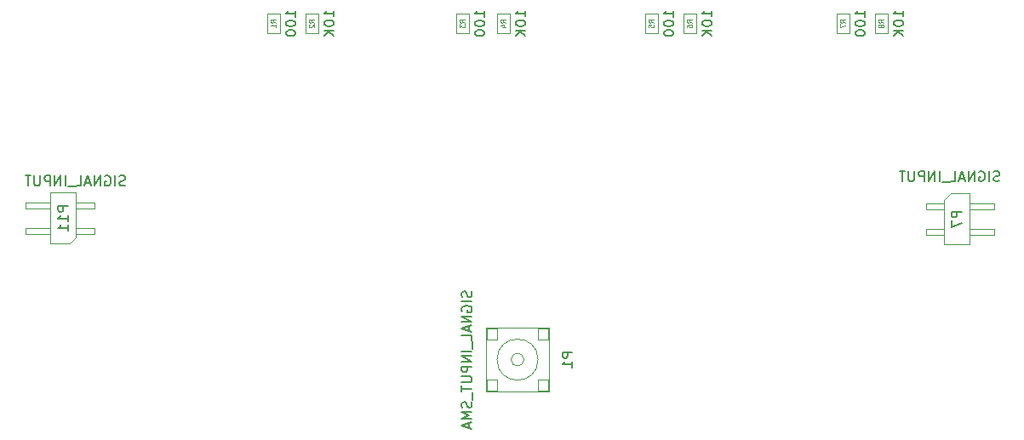
<source format=gbr>
G04 #@! TF.FileFunction,Other,Fab,Bot*
%FSLAX46Y46*%
G04 Gerber Fmt 4.6, Leading zero omitted, Abs format (unit mm)*
G04 Created by KiCad (PCBNEW 4.0.2-stable) date 10/05/17 15:38:04*
%MOMM*%
G01*
G04 APERTURE LIST*
%ADD10C,0.100000*%
%ADD11C,0.150000*%
%ADD12C,0.075000*%
G04 APERTURE END LIST*
D10*
X171485000Y-122080000D02*
X173390000Y-122080000D01*
X173390000Y-122080000D02*
X173390000Y-127160000D01*
X173390000Y-127160000D02*
X170850000Y-127160000D01*
X170850000Y-127160000D02*
X170850000Y-122715000D01*
X170850000Y-122715000D02*
X171485000Y-122080000D01*
X169030000Y-123030000D02*
X170850000Y-123030000D01*
X169030000Y-123030000D02*
X169030000Y-123670000D01*
X169030000Y-123670000D02*
X170850000Y-123670000D01*
X173390000Y-123030000D02*
X175850000Y-123030000D01*
X175850000Y-123030000D02*
X175850000Y-123670000D01*
X173390000Y-123670000D02*
X175850000Y-123670000D01*
X169030000Y-125570000D02*
X170850000Y-125570000D01*
X169030000Y-125570000D02*
X169030000Y-126210000D01*
X169030000Y-126210000D02*
X170850000Y-126210000D01*
X173390000Y-125570000D02*
X175850000Y-125570000D01*
X175850000Y-125570000D02*
X175850000Y-126210000D01*
X173390000Y-126210000D02*
X175850000Y-126210000D01*
X83865000Y-127070000D02*
X81960000Y-127070000D01*
X81960000Y-127070000D02*
X81960000Y-121990000D01*
X81960000Y-121990000D02*
X84500000Y-121990000D01*
X84500000Y-121990000D02*
X84500000Y-126435000D01*
X84500000Y-126435000D02*
X83865000Y-127070000D01*
X86320000Y-126120000D02*
X84500000Y-126120000D01*
X86320000Y-126120000D02*
X86320000Y-125480000D01*
X86320000Y-125480000D02*
X84500000Y-125480000D01*
X81960000Y-126120000D02*
X79500000Y-126120000D01*
X79500000Y-126120000D02*
X79500000Y-125480000D01*
X81960000Y-125480000D02*
X79500000Y-125480000D01*
X86320000Y-123580000D02*
X84500000Y-123580000D01*
X86320000Y-123580000D02*
X86320000Y-122940000D01*
X86320000Y-122940000D02*
X84500000Y-122940000D01*
X81960000Y-123580000D02*
X79500000Y-123580000D01*
X79500000Y-123580000D02*
X79500000Y-122940000D01*
X81960000Y-122940000D02*
X79500000Y-122940000D01*
X131450000Y-140630000D02*
X131450000Y-141650000D01*
X131570000Y-141770000D02*
X125230000Y-141770000D01*
X125230000Y-135430000D02*
X125230000Y-141770000D01*
X131570000Y-135430000D02*
X125230000Y-135430000D01*
X131570000Y-135430000D02*
X131570000Y-141770000D01*
X131450000Y-136570000D02*
X130430000Y-136570000D01*
X130430000Y-135550000D02*
X130430000Y-136570000D01*
X126370000Y-136570000D02*
X125350000Y-136570000D01*
X126370000Y-135550000D02*
X126370000Y-136570000D01*
X131450000Y-140630000D02*
X130430000Y-140630000D01*
X130430000Y-140630000D02*
X130430000Y-141650000D01*
X126370000Y-141650000D02*
X126370000Y-140630000D01*
X126370000Y-140630000D02*
X125350000Y-140630000D01*
X130440000Y-138600000D02*
G75*
G03X130440000Y-138600000I-2040000J0D01*
G01*
X129035000Y-138600000D02*
G75*
G03X129035000Y-138600000I-635000J0D01*
G01*
X131450000Y-141650000D02*
X130430000Y-141650000D01*
X131450000Y-135550000D02*
X130430000Y-135550000D01*
X131450000Y-135550000D02*
X131450000Y-136570000D01*
X125350000Y-135550000D02*
X125350000Y-136570000D01*
X125350000Y-135550000D02*
X126370000Y-135550000D01*
X126370000Y-141650000D02*
X125350000Y-141650000D01*
X125350000Y-140630000D02*
X125350000Y-141650000D01*
X104760000Y-104156000D02*
X103520000Y-104156000D01*
X104760000Y-106156000D02*
X104760000Y-104156000D01*
X103520000Y-106156000D02*
X104760000Y-106156000D01*
X103520000Y-104156000D02*
X103520000Y-106156000D01*
X108570000Y-104156000D02*
X107330000Y-104156000D01*
X108570000Y-106156000D02*
X108570000Y-104156000D01*
X107330000Y-106156000D02*
X108570000Y-106156000D01*
X107330000Y-104156000D02*
X107330000Y-106156000D01*
X123556000Y-104156000D02*
X122316000Y-104156000D01*
X123556000Y-106156000D02*
X123556000Y-104156000D01*
X122316000Y-106156000D02*
X123556000Y-106156000D01*
X122316000Y-104156000D02*
X122316000Y-106156000D01*
X127620000Y-104156000D02*
X126380000Y-104156000D01*
X127620000Y-106156000D02*
X127620000Y-104156000D01*
X126380000Y-106156000D02*
X127620000Y-106156000D01*
X126380000Y-104156000D02*
X126380000Y-106156000D01*
X142352000Y-104156000D02*
X141112000Y-104156000D01*
X142352000Y-106156000D02*
X142352000Y-104156000D01*
X141112000Y-106156000D02*
X142352000Y-106156000D01*
X141112000Y-104156000D02*
X141112000Y-106156000D01*
X146162000Y-104156000D02*
X144922000Y-104156000D01*
X146162000Y-106156000D02*
X146162000Y-104156000D01*
X144922000Y-106156000D02*
X146162000Y-106156000D01*
X144922000Y-104156000D02*
X144922000Y-106156000D01*
X161402000Y-104156000D02*
X160162000Y-104156000D01*
X161402000Y-106156000D02*
X161402000Y-104156000D01*
X160162000Y-106156000D02*
X161402000Y-106156000D01*
X160162000Y-104156000D02*
X160162000Y-106156000D01*
X165212000Y-104156000D02*
X163972000Y-104156000D01*
X165212000Y-106156000D02*
X165212000Y-104156000D01*
X163972000Y-106156000D02*
X165212000Y-106156000D01*
X163972000Y-104156000D02*
X163972000Y-106156000D01*
D11*
X176328571Y-120804762D02*
X176185714Y-120852381D01*
X175947618Y-120852381D01*
X175852380Y-120804762D01*
X175804761Y-120757143D01*
X175757142Y-120661905D01*
X175757142Y-120566667D01*
X175804761Y-120471429D01*
X175852380Y-120423810D01*
X175947618Y-120376190D01*
X176138095Y-120328571D01*
X176233333Y-120280952D01*
X176280952Y-120233333D01*
X176328571Y-120138095D01*
X176328571Y-120042857D01*
X176280952Y-119947619D01*
X176233333Y-119900000D01*
X176138095Y-119852381D01*
X175899999Y-119852381D01*
X175757142Y-119900000D01*
X175328571Y-120852381D02*
X175328571Y-119852381D01*
X174328571Y-119900000D02*
X174423809Y-119852381D01*
X174566666Y-119852381D01*
X174709524Y-119900000D01*
X174804762Y-119995238D01*
X174852381Y-120090476D01*
X174900000Y-120280952D01*
X174900000Y-120423810D01*
X174852381Y-120614286D01*
X174804762Y-120709524D01*
X174709524Y-120804762D01*
X174566666Y-120852381D01*
X174471428Y-120852381D01*
X174328571Y-120804762D01*
X174280952Y-120757143D01*
X174280952Y-120423810D01*
X174471428Y-120423810D01*
X173852381Y-120852381D02*
X173852381Y-119852381D01*
X173280952Y-120852381D01*
X173280952Y-119852381D01*
X172852381Y-120566667D02*
X172376190Y-120566667D01*
X172947619Y-120852381D02*
X172614286Y-119852381D01*
X172280952Y-120852381D01*
X171471428Y-120852381D02*
X171947619Y-120852381D01*
X171947619Y-119852381D01*
X171376190Y-120947619D02*
X170614285Y-120947619D01*
X170376190Y-120852381D02*
X170376190Y-119852381D01*
X169900000Y-120852381D02*
X169900000Y-119852381D01*
X169328571Y-120852381D01*
X169328571Y-119852381D01*
X168852381Y-120852381D02*
X168852381Y-119852381D01*
X168471428Y-119852381D01*
X168376190Y-119900000D01*
X168328571Y-119947619D01*
X168280952Y-120042857D01*
X168280952Y-120185714D01*
X168328571Y-120280952D01*
X168376190Y-120328571D01*
X168471428Y-120376190D01*
X168852381Y-120376190D01*
X167852381Y-119852381D02*
X167852381Y-120661905D01*
X167804762Y-120757143D01*
X167757143Y-120804762D01*
X167661905Y-120852381D01*
X167471428Y-120852381D01*
X167376190Y-120804762D01*
X167328571Y-120757143D01*
X167280952Y-120661905D01*
X167280952Y-119852381D01*
X166947619Y-119852381D02*
X166376190Y-119852381D01*
X166661905Y-120852381D02*
X166661905Y-119852381D01*
X172572381Y-123881905D02*
X171572381Y-123881905D01*
X171572381Y-124262858D01*
X171620000Y-124358096D01*
X171667619Y-124405715D01*
X171762857Y-124453334D01*
X171905714Y-124453334D01*
X172000952Y-124405715D01*
X172048571Y-124358096D01*
X172096190Y-124262858D01*
X172096190Y-123881905D01*
X171572381Y-124786667D02*
X171572381Y-125453334D01*
X172572381Y-125024762D01*
X89378571Y-121254762D02*
X89235714Y-121302381D01*
X88997618Y-121302381D01*
X88902380Y-121254762D01*
X88854761Y-121207143D01*
X88807142Y-121111905D01*
X88807142Y-121016667D01*
X88854761Y-120921429D01*
X88902380Y-120873810D01*
X88997618Y-120826190D01*
X89188095Y-120778571D01*
X89283333Y-120730952D01*
X89330952Y-120683333D01*
X89378571Y-120588095D01*
X89378571Y-120492857D01*
X89330952Y-120397619D01*
X89283333Y-120350000D01*
X89188095Y-120302381D01*
X88949999Y-120302381D01*
X88807142Y-120350000D01*
X88378571Y-121302381D02*
X88378571Y-120302381D01*
X87378571Y-120350000D02*
X87473809Y-120302381D01*
X87616666Y-120302381D01*
X87759524Y-120350000D01*
X87854762Y-120445238D01*
X87902381Y-120540476D01*
X87950000Y-120730952D01*
X87950000Y-120873810D01*
X87902381Y-121064286D01*
X87854762Y-121159524D01*
X87759524Y-121254762D01*
X87616666Y-121302381D01*
X87521428Y-121302381D01*
X87378571Y-121254762D01*
X87330952Y-121207143D01*
X87330952Y-120873810D01*
X87521428Y-120873810D01*
X86902381Y-121302381D02*
X86902381Y-120302381D01*
X86330952Y-121302381D01*
X86330952Y-120302381D01*
X85902381Y-121016667D02*
X85426190Y-121016667D01*
X85997619Y-121302381D02*
X85664286Y-120302381D01*
X85330952Y-121302381D01*
X84521428Y-121302381D02*
X84997619Y-121302381D01*
X84997619Y-120302381D01*
X84426190Y-121397619D02*
X83664285Y-121397619D01*
X83426190Y-121302381D02*
X83426190Y-120302381D01*
X82950000Y-121302381D02*
X82950000Y-120302381D01*
X82378571Y-121302381D01*
X82378571Y-120302381D01*
X81902381Y-121302381D02*
X81902381Y-120302381D01*
X81521428Y-120302381D01*
X81426190Y-120350000D01*
X81378571Y-120397619D01*
X81330952Y-120492857D01*
X81330952Y-120635714D01*
X81378571Y-120730952D01*
X81426190Y-120778571D01*
X81521428Y-120826190D01*
X81902381Y-120826190D01*
X80902381Y-120302381D02*
X80902381Y-121111905D01*
X80854762Y-121207143D01*
X80807143Y-121254762D01*
X80711905Y-121302381D01*
X80521428Y-121302381D01*
X80426190Y-121254762D01*
X80378571Y-121207143D01*
X80330952Y-121111905D01*
X80330952Y-120302381D01*
X79997619Y-120302381D02*
X79426190Y-120302381D01*
X79711905Y-121302381D02*
X79711905Y-120302381D01*
X83682381Y-123315714D02*
X82682381Y-123315714D01*
X82682381Y-123696667D01*
X82730000Y-123791905D01*
X82777619Y-123839524D01*
X82872857Y-123887143D01*
X83015714Y-123887143D01*
X83110952Y-123839524D01*
X83158571Y-123791905D01*
X83206190Y-123696667D01*
X83206190Y-123315714D01*
X83682381Y-124839524D02*
X83682381Y-124268095D01*
X83682381Y-124553809D02*
X82682381Y-124553809D01*
X82825238Y-124458571D01*
X82920476Y-124363333D01*
X82968095Y-124268095D01*
X83682381Y-125791905D02*
X83682381Y-125220476D01*
X83682381Y-125506190D02*
X82682381Y-125506190D01*
X82825238Y-125410952D01*
X82920476Y-125315714D01*
X82968095Y-125220476D01*
X123804762Y-131814286D02*
X123852381Y-131957143D01*
X123852381Y-132195239D01*
X123804762Y-132290477D01*
X123757143Y-132338096D01*
X123661905Y-132385715D01*
X123566667Y-132385715D01*
X123471429Y-132338096D01*
X123423810Y-132290477D01*
X123376190Y-132195239D01*
X123328571Y-132004762D01*
X123280952Y-131909524D01*
X123233333Y-131861905D01*
X123138095Y-131814286D01*
X123042857Y-131814286D01*
X122947619Y-131861905D01*
X122900000Y-131909524D01*
X122852381Y-132004762D01*
X122852381Y-132242858D01*
X122900000Y-132385715D01*
X123852381Y-132814286D02*
X122852381Y-132814286D01*
X122900000Y-133814286D02*
X122852381Y-133719048D01*
X122852381Y-133576191D01*
X122900000Y-133433333D01*
X122995238Y-133338095D01*
X123090476Y-133290476D01*
X123280952Y-133242857D01*
X123423810Y-133242857D01*
X123614286Y-133290476D01*
X123709524Y-133338095D01*
X123804762Y-133433333D01*
X123852381Y-133576191D01*
X123852381Y-133671429D01*
X123804762Y-133814286D01*
X123757143Y-133861905D01*
X123423810Y-133861905D01*
X123423810Y-133671429D01*
X123852381Y-134290476D02*
X122852381Y-134290476D01*
X123852381Y-134861905D01*
X122852381Y-134861905D01*
X123566667Y-135290476D02*
X123566667Y-135766667D01*
X123852381Y-135195238D02*
X122852381Y-135528571D01*
X123852381Y-135861905D01*
X123852381Y-136671429D02*
X123852381Y-136195238D01*
X122852381Y-136195238D01*
X123947619Y-136766667D02*
X123947619Y-137528572D01*
X123852381Y-137766667D02*
X122852381Y-137766667D01*
X123852381Y-138242857D02*
X122852381Y-138242857D01*
X123852381Y-138814286D01*
X122852381Y-138814286D01*
X123852381Y-139290476D02*
X122852381Y-139290476D01*
X122852381Y-139671429D01*
X122900000Y-139766667D01*
X122947619Y-139814286D01*
X123042857Y-139861905D01*
X123185714Y-139861905D01*
X123280952Y-139814286D01*
X123328571Y-139766667D01*
X123376190Y-139671429D01*
X123376190Y-139290476D01*
X122852381Y-140290476D02*
X123661905Y-140290476D01*
X123757143Y-140338095D01*
X123804762Y-140385714D01*
X123852381Y-140480952D01*
X123852381Y-140671429D01*
X123804762Y-140766667D01*
X123757143Y-140814286D01*
X123661905Y-140861905D01*
X122852381Y-140861905D01*
X122852381Y-141195238D02*
X122852381Y-141766667D01*
X123852381Y-141480952D02*
X122852381Y-141480952D01*
X123947619Y-141861905D02*
X123947619Y-142623810D01*
X123804762Y-142814286D02*
X123852381Y-142957143D01*
X123852381Y-143195239D01*
X123804762Y-143290477D01*
X123757143Y-143338096D01*
X123661905Y-143385715D01*
X123566667Y-143385715D01*
X123471429Y-143338096D01*
X123423810Y-143290477D01*
X123376190Y-143195239D01*
X123328571Y-143004762D01*
X123280952Y-142909524D01*
X123233333Y-142861905D01*
X123138095Y-142814286D01*
X123042857Y-142814286D01*
X122947619Y-142861905D01*
X122900000Y-142909524D01*
X122852381Y-143004762D01*
X122852381Y-143242858D01*
X122900000Y-143385715D01*
X123852381Y-143814286D02*
X122852381Y-143814286D01*
X123566667Y-144147620D01*
X122852381Y-144480953D01*
X123852381Y-144480953D01*
X123566667Y-144909524D02*
X123566667Y-145385715D01*
X123852381Y-144814286D02*
X122852381Y-145147619D01*
X123852381Y-145480953D01*
X133852381Y-137861905D02*
X132852381Y-137861905D01*
X132852381Y-138242858D01*
X132900000Y-138338096D01*
X132947619Y-138385715D01*
X133042857Y-138433334D01*
X133185714Y-138433334D01*
X133280952Y-138385715D01*
X133328571Y-138338096D01*
X133376190Y-138242858D01*
X133376190Y-137861905D01*
X133852381Y-139385715D02*
X133852381Y-138814286D01*
X133852381Y-139100000D02*
X132852381Y-139100000D01*
X132995238Y-139004762D01*
X133090476Y-138909524D01*
X133138095Y-138814286D01*
X106342381Y-104489334D02*
X106342381Y-103917905D01*
X106342381Y-104203619D02*
X105342381Y-104203619D01*
X105485238Y-104108381D01*
X105580476Y-104013143D01*
X105628095Y-103917905D01*
X105342381Y-105108381D02*
X105342381Y-105203620D01*
X105390000Y-105298858D01*
X105437619Y-105346477D01*
X105532857Y-105394096D01*
X105723333Y-105441715D01*
X105961429Y-105441715D01*
X106151905Y-105394096D01*
X106247143Y-105346477D01*
X106294762Y-105298858D01*
X106342381Y-105203620D01*
X106342381Y-105108381D01*
X106294762Y-105013143D01*
X106247143Y-104965524D01*
X106151905Y-104917905D01*
X105961429Y-104870286D01*
X105723333Y-104870286D01*
X105532857Y-104917905D01*
X105437619Y-104965524D01*
X105390000Y-105013143D01*
X105342381Y-105108381D01*
X105342381Y-106060762D02*
X105342381Y-106156001D01*
X105390000Y-106251239D01*
X105437619Y-106298858D01*
X105532857Y-106346477D01*
X105723333Y-106394096D01*
X105961429Y-106394096D01*
X106151905Y-106346477D01*
X106247143Y-106298858D01*
X106294762Y-106251239D01*
X106342381Y-106156001D01*
X106342381Y-106060762D01*
X106294762Y-105965524D01*
X106247143Y-105917905D01*
X106151905Y-105870286D01*
X105961429Y-105822667D01*
X105723333Y-105822667D01*
X105532857Y-105870286D01*
X105437619Y-105917905D01*
X105390000Y-105965524D01*
X105342381Y-106060762D01*
D12*
X104366190Y-105072667D02*
X104128095Y-104906000D01*
X104366190Y-104786953D02*
X103866190Y-104786953D01*
X103866190Y-104977429D01*
X103890000Y-105025048D01*
X103913810Y-105048857D01*
X103961429Y-105072667D01*
X104032857Y-105072667D01*
X104080476Y-105048857D01*
X104104286Y-105025048D01*
X104128095Y-104977429D01*
X104128095Y-104786953D01*
X104366190Y-105548857D02*
X104366190Y-105263143D01*
X104366190Y-105406000D02*
X103866190Y-105406000D01*
X103937619Y-105358381D01*
X103985238Y-105310762D01*
X104009048Y-105263143D01*
D11*
X110152381Y-104465524D02*
X110152381Y-103894095D01*
X110152381Y-104179809D02*
X109152381Y-104179809D01*
X109295238Y-104084571D01*
X109390476Y-103989333D01*
X109438095Y-103894095D01*
X109152381Y-105084571D02*
X109152381Y-105179810D01*
X109200000Y-105275048D01*
X109247619Y-105322667D01*
X109342857Y-105370286D01*
X109533333Y-105417905D01*
X109771429Y-105417905D01*
X109961905Y-105370286D01*
X110057143Y-105322667D01*
X110104762Y-105275048D01*
X110152381Y-105179810D01*
X110152381Y-105084571D01*
X110104762Y-104989333D01*
X110057143Y-104941714D01*
X109961905Y-104894095D01*
X109771429Y-104846476D01*
X109533333Y-104846476D01*
X109342857Y-104894095D01*
X109247619Y-104941714D01*
X109200000Y-104989333D01*
X109152381Y-105084571D01*
X110152381Y-105846476D02*
X109152381Y-105846476D01*
X110152381Y-106417905D02*
X109580952Y-105989333D01*
X109152381Y-106417905D02*
X109723810Y-105846476D01*
D12*
X108176190Y-105072667D02*
X107938095Y-104906000D01*
X108176190Y-104786953D02*
X107676190Y-104786953D01*
X107676190Y-104977429D01*
X107700000Y-105025048D01*
X107723810Y-105048857D01*
X107771429Y-105072667D01*
X107842857Y-105072667D01*
X107890476Y-105048857D01*
X107914286Y-105025048D01*
X107938095Y-104977429D01*
X107938095Y-104786953D01*
X107723810Y-105263143D02*
X107700000Y-105286953D01*
X107676190Y-105334572D01*
X107676190Y-105453619D01*
X107700000Y-105501238D01*
X107723810Y-105525048D01*
X107771429Y-105548857D01*
X107819048Y-105548857D01*
X107890476Y-105525048D01*
X108176190Y-105239334D01*
X108176190Y-105548857D01*
D11*
X125138381Y-104489334D02*
X125138381Y-103917905D01*
X125138381Y-104203619D02*
X124138381Y-104203619D01*
X124281238Y-104108381D01*
X124376476Y-104013143D01*
X124424095Y-103917905D01*
X124138381Y-105108381D02*
X124138381Y-105203620D01*
X124186000Y-105298858D01*
X124233619Y-105346477D01*
X124328857Y-105394096D01*
X124519333Y-105441715D01*
X124757429Y-105441715D01*
X124947905Y-105394096D01*
X125043143Y-105346477D01*
X125090762Y-105298858D01*
X125138381Y-105203620D01*
X125138381Y-105108381D01*
X125090762Y-105013143D01*
X125043143Y-104965524D01*
X124947905Y-104917905D01*
X124757429Y-104870286D01*
X124519333Y-104870286D01*
X124328857Y-104917905D01*
X124233619Y-104965524D01*
X124186000Y-105013143D01*
X124138381Y-105108381D01*
X124138381Y-106060762D02*
X124138381Y-106156001D01*
X124186000Y-106251239D01*
X124233619Y-106298858D01*
X124328857Y-106346477D01*
X124519333Y-106394096D01*
X124757429Y-106394096D01*
X124947905Y-106346477D01*
X125043143Y-106298858D01*
X125090762Y-106251239D01*
X125138381Y-106156001D01*
X125138381Y-106060762D01*
X125090762Y-105965524D01*
X125043143Y-105917905D01*
X124947905Y-105870286D01*
X124757429Y-105822667D01*
X124519333Y-105822667D01*
X124328857Y-105870286D01*
X124233619Y-105917905D01*
X124186000Y-105965524D01*
X124138381Y-106060762D01*
D12*
X123162190Y-105072667D02*
X122924095Y-104906000D01*
X123162190Y-104786953D02*
X122662190Y-104786953D01*
X122662190Y-104977429D01*
X122686000Y-105025048D01*
X122709810Y-105048857D01*
X122757429Y-105072667D01*
X122828857Y-105072667D01*
X122876476Y-105048857D01*
X122900286Y-105025048D01*
X122924095Y-104977429D01*
X122924095Y-104786953D01*
X122662190Y-105239334D02*
X122662190Y-105548857D01*
X122852667Y-105382191D01*
X122852667Y-105453619D01*
X122876476Y-105501238D01*
X122900286Y-105525048D01*
X122947905Y-105548857D01*
X123066952Y-105548857D01*
X123114571Y-105525048D01*
X123138381Y-105501238D01*
X123162190Y-105453619D01*
X123162190Y-105310762D01*
X123138381Y-105263143D01*
X123114571Y-105239334D01*
D11*
X129202381Y-104465524D02*
X129202381Y-103894095D01*
X129202381Y-104179809D02*
X128202381Y-104179809D01*
X128345238Y-104084571D01*
X128440476Y-103989333D01*
X128488095Y-103894095D01*
X128202381Y-105084571D02*
X128202381Y-105179810D01*
X128250000Y-105275048D01*
X128297619Y-105322667D01*
X128392857Y-105370286D01*
X128583333Y-105417905D01*
X128821429Y-105417905D01*
X129011905Y-105370286D01*
X129107143Y-105322667D01*
X129154762Y-105275048D01*
X129202381Y-105179810D01*
X129202381Y-105084571D01*
X129154762Y-104989333D01*
X129107143Y-104941714D01*
X129011905Y-104894095D01*
X128821429Y-104846476D01*
X128583333Y-104846476D01*
X128392857Y-104894095D01*
X128297619Y-104941714D01*
X128250000Y-104989333D01*
X128202381Y-105084571D01*
X129202381Y-105846476D02*
X128202381Y-105846476D01*
X129202381Y-106417905D02*
X128630952Y-105989333D01*
X128202381Y-106417905D02*
X128773810Y-105846476D01*
D12*
X127226190Y-105072667D02*
X126988095Y-104906000D01*
X127226190Y-104786953D02*
X126726190Y-104786953D01*
X126726190Y-104977429D01*
X126750000Y-105025048D01*
X126773810Y-105048857D01*
X126821429Y-105072667D01*
X126892857Y-105072667D01*
X126940476Y-105048857D01*
X126964286Y-105025048D01*
X126988095Y-104977429D01*
X126988095Y-104786953D01*
X126892857Y-105501238D02*
X127226190Y-105501238D01*
X126702381Y-105382191D02*
X127059524Y-105263143D01*
X127059524Y-105572667D01*
D11*
X143934381Y-104489334D02*
X143934381Y-103917905D01*
X143934381Y-104203619D02*
X142934381Y-104203619D01*
X143077238Y-104108381D01*
X143172476Y-104013143D01*
X143220095Y-103917905D01*
X142934381Y-105108381D02*
X142934381Y-105203620D01*
X142982000Y-105298858D01*
X143029619Y-105346477D01*
X143124857Y-105394096D01*
X143315333Y-105441715D01*
X143553429Y-105441715D01*
X143743905Y-105394096D01*
X143839143Y-105346477D01*
X143886762Y-105298858D01*
X143934381Y-105203620D01*
X143934381Y-105108381D01*
X143886762Y-105013143D01*
X143839143Y-104965524D01*
X143743905Y-104917905D01*
X143553429Y-104870286D01*
X143315333Y-104870286D01*
X143124857Y-104917905D01*
X143029619Y-104965524D01*
X142982000Y-105013143D01*
X142934381Y-105108381D01*
X142934381Y-106060762D02*
X142934381Y-106156001D01*
X142982000Y-106251239D01*
X143029619Y-106298858D01*
X143124857Y-106346477D01*
X143315333Y-106394096D01*
X143553429Y-106394096D01*
X143743905Y-106346477D01*
X143839143Y-106298858D01*
X143886762Y-106251239D01*
X143934381Y-106156001D01*
X143934381Y-106060762D01*
X143886762Y-105965524D01*
X143839143Y-105917905D01*
X143743905Y-105870286D01*
X143553429Y-105822667D01*
X143315333Y-105822667D01*
X143124857Y-105870286D01*
X143029619Y-105917905D01*
X142982000Y-105965524D01*
X142934381Y-106060762D01*
D12*
X141958190Y-105072667D02*
X141720095Y-104906000D01*
X141958190Y-104786953D02*
X141458190Y-104786953D01*
X141458190Y-104977429D01*
X141482000Y-105025048D01*
X141505810Y-105048857D01*
X141553429Y-105072667D01*
X141624857Y-105072667D01*
X141672476Y-105048857D01*
X141696286Y-105025048D01*
X141720095Y-104977429D01*
X141720095Y-104786953D01*
X141458190Y-105525048D02*
X141458190Y-105286953D01*
X141696286Y-105263143D01*
X141672476Y-105286953D01*
X141648667Y-105334572D01*
X141648667Y-105453619D01*
X141672476Y-105501238D01*
X141696286Y-105525048D01*
X141743905Y-105548857D01*
X141862952Y-105548857D01*
X141910571Y-105525048D01*
X141934381Y-105501238D01*
X141958190Y-105453619D01*
X141958190Y-105334572D01*
X141934381Y-105286953D01*
X141910571Y-105263143D01*
D11*
X147744381Y-104465524D02*
X147744381Y-103894095D01*
X147744381Y-104179809D02*
X146744381Y-104179809D01*
X146887238Y-104084571D01*
X146982476Y-103989333D01*
X147030095Y-103894095D01*
X146744381Y-105084571D02*
X146744381Y-105179810D01*
X146792000Y-105275048D01*
X146839619Y-105322667D01*
X146934857Y-105370286D01*
X147125333Y-105417905D01*
X147363429Y-105417905D01*
X147553905Y-105370286D01*
X147649143Y-105322667D01*
X147696762Y-105275048D01*
X147744381Y-105179810D01*
X147744381Y-105084571D01*
X147696762Y-104989333D01*
X147649143Y-104941714D01*
X147553905Y-104894095D01*
X147363429Y-104846476D01*
X147125333Y-104846476D01*
X146934857Y-104894095D01*
X146839619Y-104941714D01*
X146792000Y-104989333D01*
X146744381Y-105084571D01*
X147744381Y-105846476D02*
X146744381Y-105846476D01*
X147744381Y-106417905D02*
X147172952Y-105989333D01*
X146744381Y-106417905D02*
X147315810Y-105846476D01*
D12*
X145768190Y-105072667D02*
X145530095Y-104906000D01*
X145768190Y-104786953D02*
X145268190Y-104786953D01*
X145268190Y-104977429D01*
X145292000Y-105025048D01*
X145315810Y-105048857D01*
X145363429Y-105072667D01*
X145434857Y-105072667D01*
X145482476Y-105048857D01*
X145506286Y-105025048D01*
X145530095Y-104977429D01*
X145530095Y-104786953D01*
X145268190Y-105501238D02*
X145268190Y-105406000D01*
X145292000Y-105358381D01*
X145315810Y-105334572D01*
X145387238Y-105286953D01*
X145482476Y-105263143D01*
X145672952Y-105263143D01*
X145720571Y-105286953D01*
X145744381Y-105310762D01*
X145768190Y-105358381D01*
X145768190Y-105453619D01*
X145744381Y-105501238D01*
X145720571Y-105525048D01*
X145672952Y-105548857D01*
X145553905Y-105548857D01*
X145506286Y-105525048D01*
X145482476Y-105501238D01*
X145458667Y-105453619D01*
X145458667Y-105358381D01*
X145482476Y-105310762D01*
X145506286Y-105286953D01*
X145553905Y-105263143D01*
D11*
X162984381Y-104489334D02*
X162984381Y-103917905D01*
X162984381Y-104203619D02*
X161984381Y-104203619D01*
X162127238Y-104108381D01*
X162222476Y-104013143D01*
X162270095Y-103917905D01*
X161984381Y-105108381D02*
X161984381Y-105203620D01*
X162032000Y-105298858D01*
X162079619Y-105346477D01*
X162174857Y-105394096D01*
X162365333Y-105441715D01*
X162603429Y-105441715D01*
X162793905Y-105394096D01*
X162889143Y-105346477D01*
X162936762Y-105298858D01*
X162984381Y-105203620D01*
X162984381Y-105108381D01*
X162936762Y-105013143D01*
X162889143Y-104965524D01*
X162793905Y-104917905D01*
X162603429Y-104870286D01*
X162365333Y-104870286D01*
X162174857Y-104917905D01*
X162079619Y-104965524D01*
X162032000Y-105013143D01*
X161984381Y-105108381D01*
X161984381Y-106060762D02*
X161984381Y-106156001D01*
X162032000Y-106251239D01*
X162079619Y-106298858D01*
X162174857Y-106346477D01*
X162365333Y-106394096D01*
X162603429Y-106394096D01*
X162793905Y-106346477D01*
X162889143Y-106298858D01*
X162936762Y-106251239D01*
X162984381Y-106156001D01*
X162984381Y-106060762D01*
X162936762Y-105965524D01*
X162889143Y-105917905D01*
X162793905Y-105870286D01*
X162603429Y-105822667D01*
X162365333Y-105822667D01*
X162174857Y-105870286D01*
X162079619Y-105917905D01*
X162032000Y-105965524D01*
X161984381Y-106060762D01*
D12*
X161008190Y-105072667D02*
X160770095Y-104906000D01*
X161008190Y-104786953D02*
X160508190Y-104786953D01*
X160508190Y-104977429D01*
X160532000Y-105025048D01*
X160555810Y-105048857D01*
X160603429Y-105072667D01*
X160674857Y-105072667D01*
X160722476Y-105048857D01*
X160746286Y-105025048D01*
X160770095Y-104977429D01*
X160770095Y-104786953D01*
X160508190Y-105239334D02*
X160508190Y-105572667D01*
X161008190Y-105358381D01*
D11*
X166794381Y-104465524D02*
X166794381Y-103894095D01*
X166794381Y-104179809D02*
X165794381Y-104179809D01*
X165937238Y-104084571D01*
X166032476Y-103989333D01*
X166080095Y-103894095D01*
X165794381Y-105084571D02*
X165794381Y-105179810D01*
X165842000Y-105275048D01*
X165889619Y-105322667D01*
X165984857Y-105370286D01*
X166175333Y-105417905D01*
X166413429Y-105417905D01*
X166603905Y-105370286D01*
X166699143Y-105322667D01*
X166746762Y-105275048D01*
X166794381Y-105179810D01*
X166794381Y-105084571D01*
X166746762Y-104989333D01*
X166699143Y-104941714D01*
X166603905Y-104894095D01*
X166413429Y-104846476D01*
X166175333Y-104846476D01*
X165984857Y-104894095D01*
X165889619Y-104941714D01*
X165842000Y-104989333D01*
X165794381Y-105084571D01*
X166794381Y-105846476D02*
X165794381Y-105846476D01*
X166794381Y-106417905D02*
X166222952Y-105989333D01*
X165794381Y-106417905D02*
X166365810Y-105846476D01*
D12*
X164818190Y-105072667D02*
X164580095Y-104906000D01*
X164818190Y-104786953D02*
X164318190Y-104786953D01*
X164318190Y-104977429D01*
X164342000Y-105025048D01*
X164365810Y-105048857D01*
X164413429Y-105072667D01*
X164484857Y-105072667D01*
X164532476Y-105048857D01*
X164556286Y-105025048D01*
X164580095Y-104977429D01*
X164580095Y-104786953D01*
X164532476Y-105358381D02*
X164508667Y-105310762D01*
X164484857Y-105286953D01*
X164437238Y-105263143D01*
X164413429Y-105263143D01*
X164365810Y-105286953D01*
X164342000Y-105310762D01*
X164318190Y-105358381D01*
X164318190Y-105453619D01*
X164342000Y-105501238D01*
X164365810Y-105525048D01*
X164413429Y-105548857D01*
X164437238Y-105548857D01*
X164484857Y-105525048D01*
X164508667Y-105501238D01*
X164532476Y-105453619D01*
X164532476Y-105358381D01*
X164556286Y-105310762D01*
X164580095Y-105286953D01*
X164627714Y-105263143D01*
X164722952Y-105263143D01*
X164770571Y-105286953D01*
X164794381Y-105310762D01*
X164818190Y-105358381D01*
X164818190Y-105453619D01*
X164794381Y-105501238D01*
X164770571Y-105525048D01*
X164722952Y-105548857D01*
X164627714Y-105548857D01*
X164580095Y-105525048D01*
X164556286Y-105501238D01*
X164532476Y-105453619D01*
M02*

</source>
